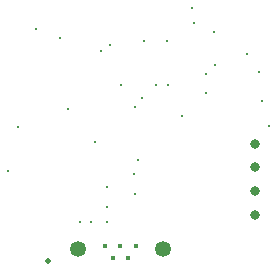
<source format=gbr>
%TF.GenerationSoftware,KiCad,Pcbnew,(5.1.5)-3*%
%TF.CreationDate,2020-05-01T16:04:52+02:00*%
%TF.ProjectId,SX1280_module,53583132-3830-45f6-9d6f-64756c652e6b,rev?*%
%TF.SameCoordinates,Original*%
%TF.FileFunction,Plated,1,2,PTH,Drill*%
%TF.FilePolarity,Positive*%
%FSLAX46Y46*%
G04 Gerber Fmt 4.6, Leading zero omitted, Abs format (unit mm)*
G04 Created by KiCad (PCBNEW (5.1.5)-3) date 2020-05-01 16:04:52*
%MOMM*%
%LPD*%
G04 APERTURE LIST*
%TA.AperFunction,ViaDrill*%
%ADD10C,0.300000*%
%TD*%
%TA.AperFunction,ComponentDrill*%
%ADD11C,0.440000*%
%TD*%
%TA.AperFunction,ViaDrill*%
%ADD12C,0.500000*%
%TD*%
%TA.AperFunction,ComponentDrill*%
%ADD13C,0.800000*%
%TD*%
%TA.AperFunction,ComponentDrill*%
%ADD14C,1.350000*%
%TD*%
G04 APERTURE END LIST*
D10*
X108223810Y-114313200D03*
X108995409Y-110540751D03*
X110540800Y-102260400D03*
X112555085Y-103041994D03*
X113248400Y-109030000D03*
X114300000Y-118618000D03*
X115189000Y-118618000D03*
X115585200Y-111824000D03*
X116055661Y-104089139D03*
X116535200Y-115671600D03*
X116535200Y-117348000D03*
X116535200Y-118618000D03*
X116855200Y-103645200D03*
X117769600Y-106998000D03*
X118887200Y-114554000D03*
X118922800Y-116230400D03*
X118938000Y-108826800D03*
X119195420Y-113389679D03*
X119502074Y-108114688D03*
X119700000Y-103289600D03*
X120751138Y-107003287D03*
X121630400Y-103238800D03*
X121744919Y-106967951D03*
X122957958Y-109632842D03*
X123764000Y-100464610D03*
X123916400Y-101765600D03*
X124943231Y-107709200D03*
X124981207Y-106057899D03*
X125596484Y-102555562D03*
X125729916Y-105312606D03*
X128386800Y-104407200D03*
X129453600Y-105931200D03*
X129656800Y-108318800D03*
X130315303Y-110450659D03*
D11*
%TO.C,J2*%
X116400000Y-120650000D03*
X117050000Y-121650000D03*
X117700000Y-120650000D03*
X118350000Y-121650000D03*
X119000000Y-120650000D03*
%TD*%
D12*
X111607600Y-121869200D03*
D13*
%TO.C,J1*%
X129098000Y-111976400D03*
X129098000Y-113976400D03*
X129098000Y-115976400D03*
X129098000Y-117976400D03*
D14*
%TO.C,J2*%
X114125000Y-120870000D03*
X121275000Y-120870000D03*
M02*

</source>
